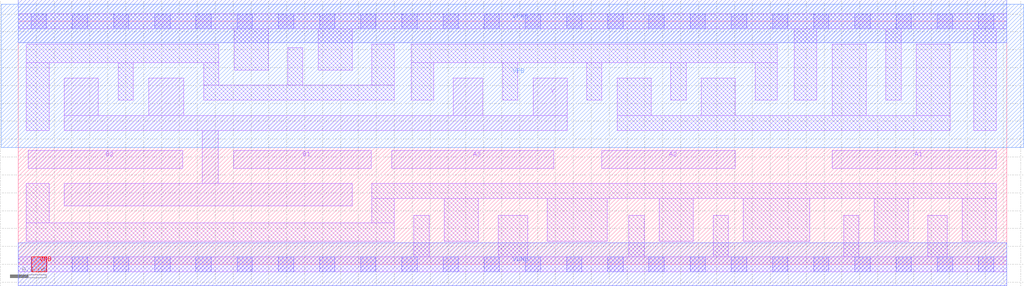
<source format=lef>
# Copyright 2020 The SkyWater PDK Authors
#
# Licensed under the Apache License, Version 2.0 (the "License");
# you may not use this file except in compliance with the License.
# You may obtain a copy of the License at
#
#     https://www.apache.org/licenses/LICENSE-2.0
#
# Unless required by applicable law or agreed to in writing, software
# distributed under the License is distributed on an "AS IS" BASIS,
# WITHOUT WARRANTIES OR CONDITIONS OF ANY KIND, either express or implied.
# See the License for the specific language governing permissions and
# limitations under the License.
#
# SPDX-License-Identifier: Apache-2.0

VERSION 5.7 ;
  NOWIREEXTENSIONATPIN ON ;
  DIVIDERCHAR "/" ;
  BUSBITCHARS "[]" ;
PROPERTYDEFINITIONS
  MACRO maskLayoutSubType STRING ;
  MACRO prCellType STRING ;
  MACRO originalViewName STRING ;
END PROPERTYDEFINITIONS
MACRO sky130_fd_sc_hdll__o32ai_4
  CLASS CORE ;
  FOREIGN sky130_fd_sc_hdll__o32ai_4 ;
  ORIGIN  0.000000  0.000000 ;
  SIZE  11.04000 BY  2.720000 ;
  SYMMETRY X Y R90 ;
  SITE unithd ;
  PIN A1
    ANTENNAGATEAREA  1.110000 ;
    DIRECTION INPUT ;
    USE SIGNAL ;
    PORT
      LAYER li1 ;
        RECT 9.090000 1.075000 10.925000 1.275000 ;
    END
  END A1
  PIN A2
    ANTENNAGATEAREA  1.110000 ;
    DIRECTION INPUT ;
    USE SIGNAL ;
    PORT
      LAYER li1 ;
        RECT 6.520000 1.075000 8.010000 1.275000 ;
    END
  END A2
  PIN A3
    ANTENNAGATEAREA  1.110000 ;
    DIRECTION INPUT ;
    USE SIGNAL ;
    PORT
      LAYER li1 ;
        RECT 4.170000 1.075000 5.980000 1.275000 ;
    END
  END A3
  PIN B1
    ANTENNAGATEAREA  1.110000 ;
    DIRECTION INPUT ;
    USE SIGNAL ;
    PORT
      LAYER li1 ;
        RECT 2.405000 1.075000 3.940000 1.275000 ;
    END
  END B1
  PIN B2
    ANTENNAGATEAREA  1.110000 ;
    DIRECTION INPUT ;
    USE SIGNAL ;
    PORT
      LAYER li1 ;
        RECT 0.110000 1.075000 1.835000 1.275000 ;
    END
  END B2
  PIN Y
    ANTENNADIFFAREA  2.024500 ;
    DIRECTION OUTPUT ;
    USE SIGNAL ;
    PORT
      LAYER li1 ;
        RECT 0.515000 0.655000 3.730000 0.905000 ;
        RECT 0.515000 1.495000 6.130000 1.665000 ;
        RECT 0.515000 1.665000 0.895000 2.085000 ;
        RECT 1.455000 1.665000 1.850000 2.085000 ;
        RECT 2.055000 0.905000 2.235000 1.495000 ;
        RECT 4.860000 1.665000 5.190000 2.085000 ;
        RECT 5.750000 1.665000 6.130000 2.085000 ;
    END
  END Y
  PIN VGND
    DIRECTION INOUT ;
    USE GROUND ;
    PORT
      LAYER met1 ;
        RECT 0.000000 -0.240000 11.040000 0.240000 ;
    END
  END VGND
  PIN VNB
    DIRECTION INOUT ;
    USE GROUND ;
    PORT
      LAYER pwell ;
        RECT 0.150000 -0.085000 0.320000 0.085000 ;
    END
  END VNB
  PIN VPB
    DIRECTION INOUT ;
    USE POWER ;
    PORT
      LAYER nwell ;
        RECT -0.190000 1.305000 11.230000 2.910000 ;
    END
  END VPB
  PIN VPWR
    DIRECTION INOUT ;
    USE POWER ;
    PORT
      LAYER met1 ;
        RECT 0.000000 2.480000 11.040000 2.960000 ;
    END
  END VPWR
  OBS
    LAYER li1 ;
      RECT  0.000000 -0.085000 11.040000 0.085000 ;
      RECT  0.000000  2.635000 11.040000 2.805000 ;
      RECT  0.090000  0.255000  4.200000 0.465000 ;
      RECT  0.090000  0.465000  0.345000 0.905000 ;
      RECT  0.090000  1.495000  0.345000 2.255000 ;
      RECT  0.090000  2.255000  2.240000 2.465000 ;
      RECT  1.115000  1.835000  1.285000 2.255000 ;
      RECT  2.070000  1.835000  4.200000 2.005000 ;
      RECT  2.070000  2.005000  2.240000 2.255000 ;
      RECT  2.410000  2.175000  2.790000 2.635000 ;
      RECT  3.010000  2.005000  3.180000 2.425000 ;
      RECT  3.350000  2.175000  3.730000 2.635000 ;
      RECT  3.950000  0.465000  4.200000 0.735000 ;
      RECT  3.950000  0.735000 10.925000 0.905000 ;
      RECT  3.950000  2.005000  4.200000 2.465000 ;
      RECT  4.390000  1.835000  4.640000 2.255000 ;
      RECT  4.390000  2.255000  8.480000 2.465000 ;
      RECT  4.420000  0.085000  4.590000 0.545000 ;
      RECT  4.760000  0.255000  5.140000 0.735000 ;
      RECT  5.360000  0.085000  5.690000 0.545000 ;
      RECT  5.410000  1.835000  5.580000 2.255000 ;
      RECT  5.910000  0.255000  6.580000 0.735000 ;
      RECT  6.350000  1.835000  6.520000 2.255000 ;
      RECT  6.690000  1.495000 10.410000 1.665000 ;
      RECT  6.690000  1.665000  7.070000 2.085000 ;
      RECT  6.820000  0.085000  6.990000 0.545000 ;
      RECT  7.160000  0.255000  7.540000 0.735000 ;
      RECT  7.290000  1.835000  7.460000 2.255000 ;
      RECT  7.630000  1.665000  8.010000 2.085000 ;
      RECT  7.760000  0.085000  7.930000 0.545000 ;
      RECT  8.100000  0.255000  8.840000 0.735000 ;
      RECT  8.230000  1.835000  8.480000 2.255000 ;
      RECT  8.670000  1.835000  8.920000 2.635000 ;
      RECT  9.090000  1.665000  9.470000 2.465000 ;
      RECT  9.220000  0.085000  9.390000 0.545000 ;
      RECT  9.560000  0.255000  9.940000 0.735000 ;
      RECT  9.690000  1.835000  9.860000 2.635000 ;
      RECT 10.030000  1.665000 10.410000 2.465000 ;
      RECT 10.160000  0.085000 10.375000 0.545000 ;
      RECT 10.545000  0.255000 10.925000 0.735000 ;
      RECT 10.675000  1.495000 10.925000 2.635000 ;
    LAYER mcon ;
      RECT  0.145000 -0.085000  0.315000 0.085000 ;
      RECT  0.145000  2.635000  0.315000 2.805000 ;
      RECT  0.605000 -0.085000  0.775000 0.085000 ;
      RECT  0.605000  2.635000  0.775000 2.805000 ;
      RECT  1.065000 -0.085000  1.235000 0.085000 ;
      RECT  1.065000  2.635000  1.235000 2.805000 ;
      RECT  1.525000 -0.085000  1.695000 0.085000 ;
      RECT  1.525000  2.635000  1.695000 2.805000 ;
      RECT  1.985000 -0.085000  2.155000 0.085000 ;
      RECT  1.985000  2.635000  2.155000 2.805000 ;
      RECT  2.445000 -0.085000  2.615000 0.085000 ;
      RECT  2.445000  2.635000  2.615000 2.805000 ;
      RECT  2.905000 -0.085000  3.075000 0.085000 ;
      RECT  2.905000  2.635000  3.075000 2.805000 ;
      RECT  3.365000 -0.085000  3.535000 0.085000 ;
      RECT  3.365000  2.635000  3.535000 2.805000 ;
      RECT  3.825000 -0.085000  3.995000 0.085000 ;
      RECT  3.825000  2.635000  3.995000 2.805000 ;
      RECT  4.285000 -0.085000  4.455000 0.085000 ;
      RECT  4.285000  2.635000  4.455000 2.805000 ;
      RECT  4.745000 -0.085000  4.915000 0.085000 ;
      RECT  4.745000  2.635000  4.915000 2.805000 ;
      RECT  5.205000 -0.085000  5.375000 0.085000 ;
      RECT  5.205000  2.635000  5.375000 2.805000 ;
      RECT  5.665000 -0.085000  5.835000 0.085000 ;
      RECT  5.665000  2.635000  5.835000 2.805000 ;
      RECT  6.125000 -0.085000  6.295000 0.085000 ;
      RECT  6.125000  2.635000  6.295000 2.805000 ;
      RECT  6.585000 -0.085000  6.755000 0.085000 ;
      RECT  6.585000  2.635000  6.755000 2.805000 ;
      RECT  7.045000 -0.085000  7.215000 0.085000 ;
      RECT  7.045000  2.635000  7.215000 2.805000 ;
      RECT  7.505000 -0.085000  7.675000 0.085000 ;
      RECT  7.505000  2.635000  7.675000 2.805000 ;
      RECT  7.965000 -0.085000  8.135000 0.085000 ;
      RECT  7.965000  2.635000  8.135000 2.805000 ;
      RECT  8.425000 -0.085000  8.595000 0.085000 ;
      RECT  8.425000  2.635000  8.595000 2.805000 ;
      RECT  8.885000 -0.085000  9.055000 0.085000 ;
      RECT  8.885000  2.635000  9.055000 2.805000 ;
      RECT  9.345000 -0.085000  9.515000 0.085000 ;
      RECT  9.345000  2.635000  9.515000 2.805000 ;
      RECT  9.805000 -0.085000  9.975000 0.085000 ;
      RECT  9.805000  2.635000  9.975000 2.805000 ;
      RECT 10.265000 -0.085000 10.435000 0.085000 ;
      RECT 10.265000  2.635000 10.435000 2.805000 ;
      RECT 10.725000 -0.085000 10.895000 0.085000 ;
      RECT 10.725000  2.635000 10.895000 2.805000 ;
  END
  PROPERTY maskLayoutSubType "abstract" ;
  PROPERTY prCellType "standard" ;
  PROPERTY originalViewName "layout" ;
END sky130_fd_sc_hdll__o32ai_4
END LIBRARY

</source>
